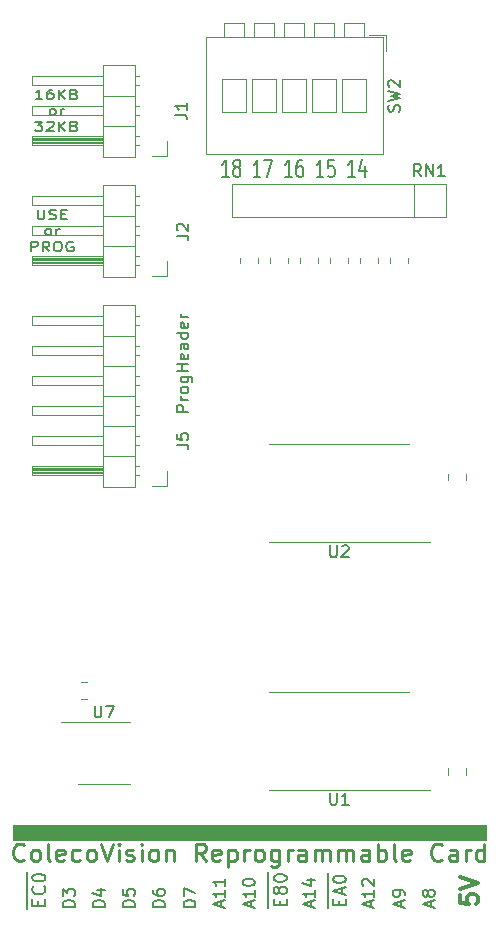
<source format=gbr>
%TF.GenerationSoftware,KiCad,Pcbnew,(5.1.10)-1*%
%TF.CreationDate,2022-11-16T00:45:25-05:00*%
%TF.ProjectId,Coleco-Card3,436f6c65-636f-42d4-9361-7264332e6b69,1*%
%TF.SameCoordinates,Original*%
%TF.FileFunction,Legend,Top*%
%TF.FilePolarity,Positive*%
%FSLAX46Y46*%
G04 Gerber Fmt 4.6, Leading zero omitted, Abs format (unit mm)*
G04 Created by KiCad (PCBNEW (5.1.10)-1) date 2022-11-16 00:45:25*
%MOMM*%
%LPD*%
G01*
G04 APERTURE LIST*
%ADD10C,0.150000*%
%ADD11C,0.200000*%
%ADD12C,0.100000*%
%ADD13C,0.120000*%
%ADD14C,0.250000*%
%ADD15C,0.300000*%
G04 APERTURE END LIST*
D10*
X93924380Y-104210928D02*
X92924380Y-104210928D01*
X92924380Y-103829976D01*
X92972000Y-103734738D01*
X93019619Y-103687119D01*
X93114857Y-103639500D01*
X93257714Y-103639500D01*
X93352952Y-103687119D01*
X93400571Y-103734738D01*
X93448190Y-103829976D01*
X93448190Y-104210928D01*
X93924380Y-103210928D02*
X93257714Y-103210928D01*
X93448190Y-103210928D02*
X93352952Y-103163309D01*
X93305333Y-103115690D01*
X93257714Y-103020452D01*
X93257714Y-102925214D01*
X93924380Y-102449023D02*
X93876761Y-102544261D01*
X93829142Y-102591880D01*
X93733904Y-102639500D01*
X93448190Y-102639500D01*
X93352952Y-102591880D01*
X93305333Y-102544261D01*
X93257714Y-102449023D01*
X93257714Y-102306166D01*
X93305333Y-102210928D01*
X93352952Y-102163309D01*
X93448190Y-102115690D01*
X93733904Y-102115690D01*
X93829142Y-102163309D01*
X93876761Y-102210928D01*
X93924380Y-102306166D01*
X93924380Y-102449023D01*
X93257714Y-101258547D02*
X94067238Y-101258547D01*
X94162476Y-101306166D01*
X94210095Y-101353785D01*
X94257714Y-101449023D01*
X94257714Y-101591880D01*
X94210095Y-101687119D01*
X93876761Y-101258547D02*
X93924380Y-101353785D01*
X93924380Y-101544261D01*
X93876761Y-101639500D01*
X93829142Y-101687119D01*
X93733904Y-101734738D01*
X93448190Y-101734738D01*
X93352952Y-101687119D01*
X93305333Y-101639500D01*
X93257714Y-101544261D01*
X93257714Y-101353785D01*
X93305333Y-101258547D01*
X93924380Y-100782357D02*
X92924380Y-100782357D01*
X93400571Y-100782357D02*
X93400571Y-100210928D01*
X93924380Y-100210928D02*
X92924380Y-100210928D01*
X93876761Y-99353785D02*
X93924380Y-99449023D01*
X93924380Y-99639500D01*
X93876761Y-99734738D01*
X93781523Y-99782357D01*
X93400571Y-99782357D01*
X93305333Y-99734738D01*
X93257714Y-99639500D01*
X93257714Y-99449023D01*
X93305333Y-99353785D01*
X93400571Y-99306166D01*
X93495809Y-99306166D01*
X93591047Y-99782357D01*
X93924380Y-98449023D02*
X93400571Y-98449023D01*
X93305333Y-98496642D01*
X93257714Y-98591880D01*
X93257714Y-98782357D01*
X93305333Y-98877595D01*
X93876761Y-98449023D02*
X93924380Y-98544261D01*
X93924380Y-98782357D01*
X93876761Y-98877595D01*
X93781523Y-98925214D01*
X93686285Y-98925214D01*
X93591047Y-98877595D01*
X93543428Y-98782357D01*
X93543428Y-98544261D01*
X93495809Y-98449023D01*
X93924380Y-97544261D02*
X92924380Y-97544261D01*
X93876761Y-97544261D02*
X93924380Y-97639500D01*
X93924380Y-97829976D01*
X93876761Y-97925214D01*
X93829142Y-97972833D01*
X93733904Y-98020452D01*
X93448190Y-98020452D01*
X93352952Y-97972833D01*
X93305333Y-97925214D01*
X93257714Y-97829976D01*
X93257714Y-97639500D01*
X93305333Y-97544261D01*
X93876761Y-96687119D02*
X93924380Y-96782357D01*
X93924380Y-96972833D01*
X93876761Y-97068071D01*
X93781523Y-97115690D01*
X93400571Y-97115690D01*
X93305333Y-97068071D01*
X93257714Y-96972833D01*
X93257714Y-96782357D01*
X93305333Y-96687119D01*
X93400571Y-96639500D01*
X93495809Y-96639500D01*
X93591047Y-97115690D01*
X93924380Y-96210928D02*
X93257714Y-96210928D01*
X93448190Y-96210928D02*
X93352952Y-96163309D01*
X93305333Y-96115690D01*
X93257714Y-96020452D01*
X93257714Y-95925214D01*
X81145214Y-87111904D02*
X81145214Y-87759523D01*
X81192833Y-87835714D01*
X81240452Y-87873809D01*
X81335690Y-87911904D01*
X81526166Y-87911904D01*
X81621404Y-87873809D01*
X81669023Y-87835714D01*
X81716642Y-87759523D01*
X81716642Y-87111904D01*
X82145214Y-87873809D02*
X82288071Y-87911904D01*
X82526166Y-87911904D01*
X82621404Y-87873809D01*
X82669023Y-87835714D01*
X82716642Y-87759523D01*
X82716642Y-87683333D01*
X82669023Y-87607142D01*
X82621404Y-87569047D01*
X82526166Y-87530952D01*
X82335690Y-87492857D01*
X82240452Y-87454761D01*
X82192833Y-87416666D01*
X82145214Y-87340476D01*
X82145214Y-87264285D01*
X82192833Y-87188095D01*
X82240452Y-87150000D01*
X82335690Y-87111904D01*
X82573785Y-87111904D01*
X82716642Y-87150000D01*
X83145214Y-87492857D02*
X83478547Y-87492857D01*
X83621404Y-87911904D02*
X83145214Y-87911904D01*
X83145214Y-87111904D01*
X83621404Y-87111904D01*
X81978547Y-89261904D02*
X81883309Y-89223809D01*
X81835690Y-89185714D01*
X81788071Y-89109523D01*
X81788071Y-88880952D01*
X81835690Y-88804761D01*
X81883309Y-88766666D01*
X81978547Y-88728571D01*
X82121404Y-88728571D01*
X82216642Y-88766666D01*
X82264261Y-88804761D01*
X82311880Y-88880952D01*
X82311880Y-89109523D01*
X82264261Y-89185714D01*
X82216642Y-89223809D01*
X82121404Y-89261904D01*
X81978547Y-89261904D01*
X82740452Y-89261904D02*
X82740452Y-88728571D01*
X82740452Y-88880952D02*
X82788071Y-88804761D01*
X82835690Y-88766666D01*
X82930928Y-88728571D01*
X83026166Y-88728571D01*
X80573785Y-90611904D02*
X80573785Y-89811904D01*
X80954738Y-89811904D01*
X81049976Y-89850000D01*
X81097595Y-89888095D01*
X81145214Y-89964285D01*
X81145214Y-90078571D01*
X81097595Y-90154761D01*
X81049976Y-90192857D01*
X80954738Y-90230952D01*
X80573785Y-90230952D01*
X82145214Y-90611904D02*
X81811880Y-90230952D01*
X81573785Y-90611904D02*
X81573785Y-89811904D01*
X81954738Y-89811904D01*
X82049976Y-89850000D01*
X82097595Y-89888095D01*
X82145214Y-89964285D01*
X82145214Y-90078571D01*
X82097595Y-90154761D01*
X82049976Y-90192857D01*
X81954738Y-90230952D01*
X81573785Y-90230952D01*
X82764261Y-89811904D02*
X82954738Y-89811904D01*
X83049976Y-89850000D01*
X83145214Y-89926190D01*
X83192833Y-90078571D01*
X83192833Y-90345238D01*
X83145214Y-90497619D01*
X83049976Y-90573809D01*
X82954738Y-90611904D01*
X82764261Y-90611904D01*
X82669023Y-90573809D01*
X82573785Y-90497619D01*
X82526166Y-90345238D01*
X82526166Y-90078571D01*
X82573785Y-89926190D01*
X82669023Y-89850000D01*
X82764261Y-89811904D01*
X84145214Y-89850000D02*
X84049976Y-89811904D01*
X83907119Y-89811904D01*
X83764261Y-89850000D01*
X83669023Y-89926190D01*
X83621404Y-90002380D01*
X83573785Y-90154761D01*
X83573785Y-90269047D01*
X83621404Y-90421428D01*
X83669023Y-90497619D01*
X83764261Y-90573809D01*
X83907119Y-90611904D01*
X84002357Y-90611904D01*
X84145214Y-90573809D01*
X84192833Y-90535714D01*
X84192833Y-90269047D01*
X84002357Y-90269047D01*
X81550023Y-77751904D02*
X80978595Y-77751904D01*
X81264309Y-77751904D02*
X81264309Y-76951904D01*
X81169071Y-77066190D01*
X81073833Y-77142380D01*
X80978595Y-77180476D01*
X82407166Y-76951904D02*
X82216690Y-76951904D01*
X82121452Y-76990000D01*
X82073833Y-77028095D01*
X81978595Y-77142380D01*
X81930976Y-77294761D01*
X81930976Y-77599523D01*
X81978595Y-77675714D01*
X82026214Y-77713809D01*
X82121452Y-77751904D01*
X82311928Y-77751904D01*
X82407166Y-77713809D01*
X82454785Y-77675714D01*
X82502404Y-77599523D01*
X82502404Y-77409047D01*
X82454785Y-77332857D01*
X82407166Y-77294761D01*
X82311928Y-77256666D01*
X82121452Y-77256666D01*
X82026214Y-77294761D01*
X81978595Y-77332857D01*
X81930976Y-77409047D01*
X82930976Y-77751904D02*
X82930976Y-76951904D01*
X83502404Y-77751904D02*
X83073833Y-77294761D01*
X83502404Y-76951904D02*
X82930976Y-77409047D01*
X84264309Y-77332857D02*
X84407166Y-77370952D01*
X84454785Y-77409047D01*
X84502404Y-77485238D01*
X84502404Y-77599523D01*
X84454785Y-77675714D01*
X84407166Y-77713809D01*
X84311928Y-77751904D01*
X83930976Y-77751904D01*
X83930976Y-76951904D01*
X84264309Y-76951904D01*
X84359547Y-76990000D01*
X84407166Y-77028095D01*
X84454785Y-77104285D01*
X84454785Y-77180476D01*
X84407166Y-77256666D01*
X84359547Y-77294761D01*
X84264309Y-77332857D01*
X83930976Y-77332857D01*
X82359547Y-79101904D02*
X82264309Y-79063809D01*
X82216690Y-79025714D01*
X82169071Y-78949523D01*
X82169071Y-78720952D01*
X82216690Y-78644761D01*
X82264309Y-78606666D01*
X82359547Y-78568571D01*
X82502404Y-78568571D01*
X82597642Y-78606666D01*
X82645261Y-78644761D01*
X82692880Y-78720952D01*
X82692880Y-78949523D01*
X82645261Y-79025714D01*
X82597642Y-79063809D01*
X82502404Y-79101904D01*
X82359547Y-79101904D01*
X83121452Y-79101904D02*
X83121452Y-78568571D01*
X83121452Y-78720952D02*
X83169071Y-78644761D01*
X83216690Y-78606666D01*
X83311928Y-78568571D01*
X83407166Y-78568571D01*
X80930976Y-79651904D02*
X81550023Y-79651904D01*
X81216690Y-79956666D01*
X81359547Y-79956666D01*
X81454785Y-79994761D01*
X81502404Y-80032857D01*
X81550023Y-80109047D01*
X81550023Y-80299523D01*
X81502404Y-80375714D01*
X81454785Y-80413809D01*
X81359547Y-80451904D01*
X81073833Y-80451904D01*
X80978595Y-80413809D01*
X80930976Y-80375714D01*
X81930976Y-79728095D02*
X81978595Y-79690000D01*
X82073833Y-79651904D01*
X82311928Y-79651904D01*
X82407166Y-79690000D01*
X82454785Y-79728095D01*
X82502404Y-79804285D01*
X82502404Y-79880476D01*
X82454785Y-79994761D01*
X81883357Y-80451904D01*
X82502404Y-80451904D01*
X82930976Y-80451904D02*
X82930976Y-79651904D01*
X83502404Y-80451904D02*
X83073833Y-79994761D01*
X83502404Y-79651904D02*
X82930976Y-80109047D01*
X84264309Y-80032857D02*
X84407166Y-80070952D01*
X84454785Y-80109047D01*
X84502404Y-80185238D01*
X84502404Y-80299523D01*
X84454785Y-80375714D01*
X84407166Y-80413809D01*
X84311928Y-80451904D01*
X83930976Y-80451904D01*
X83930976Y-79651904D01*
X84264309Y-79651904D01*
X84359547Y-79690000D01*
X84407166Y-79728095D01*
X84454785Y-79804285D01*
X84454785Y-79880476D01*
X84407166Y-79956666D01*
X84359547Y-79994761D01*
X84264309Y-80032857D01*
X83930976Y-80032857D01*
D11*
X97346190Y-84371571D02*
X96774761Y-84371571D01*
X97060476Y-84371571D02*
X97060476Y-82871571D01*
X96965238Y-83085857D01*
X96870000Y-83228714D01*
X96774761Y-83300142D01*
X97917619Y-83514428D02*
X97822380Y-83443000D01*
X97774761Y-83371571D01*
X97727142Y-83228714D01*
X97727142Y-83157285D01*
X97774761Y-83014428D01*
X97822380Y-82943000D01*
X97917619Y-82871571D01*
X98108095Y-82871571D01*
X98203333Y-82943000D01*
X98250952Y-83014428D01*
X98298571Y-83157285D01*
X98298571Y-83228714D01*
X98250952Y-83371571D01*
X98203333Y-83443000D01*
X98108095Y-83514428D01*
X97917619Y-83514428D01*
X97822380Y-83585857D01*
X97774761Y-83657285D01*
X97727142Y-83800142D01*
X97727142Y-84085857D01*
X97774761Y-84228714D01*
X97822380Y-84300142D01*
X97917619Y-84371571D01*
X98108095Y-84371571D01*
X98203333Y-84300142D01*
X98250952Y-84228714D01*
X98298571Y-84085857D01*
X98298571Y-83800142D01*
X98250952Y-83657285D01*
X98203333Y-83585857D01*
X98108095Y-83514428D01*
X100012857Y-84371571D02*
X99441428Y-84371571D01*
X99727142Y-84371571D02*
X99727142Y-82871571D01*
X99631904Y-83085857D01*
X99536666Y-83228714D01*
X99441428Y-83300142D01*
X100346190Y-82871571D02*
X101012857Y-82871571D01*
X100584285Y-84371571D01*
X102679523Y-84371571D02*
X102108095Y-84371571D01*
X102393809Y-84371571D02*
X102393809Y-82871571D01*
X102298571Y-83085857D01*
X102203333Y-83228714D01*
X102108095Y-83300142D01*
X103536666Y-82871571D02*
X103346190Y-82871571D01*
X103250952Y-82943000D01*
X103203333Y-83014428D01*
X103108095Y-83228714D01*
X103060476Y-83514428D01*
X103060476Y-84085857D01*
X103108095Y-84228714D01*
X103155714Y-84300142D01*
X103250952Y-84371571D01*
X103441428Y-84371571D01*
X103536666Y-84300142D01*
X103584285Y-84228714D01*
X103631904Y-84085857D01*
X103631904Y-83728714D01*
X103584285Y-83585857D01*
X103536666Y-83514428D01*
X103441428Y-83443000D01*
X103250952Y-83443000D01*
X103155714Y-83514428D01*
X103108095Y-83585857D01*
X103060476Y-83728714D01*
X105346190Y-84371571D02*
X104774761Y-84371571D01*
X105060476Y-84371571D02*
X105060476Y-82871571D01*
X104965238Y-83085857D01*
X104870000Y-83228714D01*
X104774761Y-83300142D01*
X106250952Y-82871571D02*
X105774761Y-82871571D01*
X105727142Y-83585857D01*
X105774761Y-83514428D01*
X105870000Y-83443000D01*
X106108095Y-83443000D01*
X106203333Y-83514428D01*
X106250952Y-83585857D01*
X106298571Y-83728714D01*
X106298571Y-84085857D01*
X106250952Y-84228714D01*
X106203333Y-84300142D01*
X106108095Y-84371571D01*
X105870000Y-84371571D01*
X105774761Y-84300142D01*
X105727142Y-84228714D01*
X108012857Y-84371571D02*
X107441428Y-84371571D01*
X107727142Y-84371571D02*
X107727142Y-82871571D01*
X107631904Y-83085857D01*
X107536666Y-83228714D01*
X107441428Y-83300142D01*
X108870000Y-83371571D02*
X108870000Y-84371571D01*
X108631904Y-82800142D02*
X108393809Y-83871571D01*
X109012857Y-83871571D01*
D12*
%TO.C,X1*%
G36*
X79070201Y-139245201D02*
G01*
X79070201Y-140451701D01*
X119075201Y-140451701D01*
X119075201Y-139245201D01*
X79070201Y-139245201D01*
G37*
X79070201Y-139245201D02*
X79070201Y-140451701D01*
X119075201Y-140451701D01*
X119075201Y-139245201D01*
X79070201Y-139245201D01*
D13*
%TO.C,J1*%
X89365000Y-82610000D02*
X89365000Y-74870000D01*
X89365000Y-74870000D02*
X86705000Y-74870000D01*
X86705000Y-74870000D02*
X86705000Y-82610000D01*
X86705000Y-82610000D02*
X89365000Y-82610000D01*
X86705000Y-81660000D02*
X80705000Y-81660000D01*
X80705000Y-81660000D02*
X80705000Y-80900000D01*
X80705000Y-80900000D02*
X86705000Y-80900000D01*
X86705000Y-81600000D02*
X80705000Y-81600000D01*
X86705000Y-81480000D02*
X80705000Y-81480000D01*
X86705000Y-81360000D02*
X80705000Y-81360000D01*
X86705000Y-81240000D02*
X80705000Y-81240000D01*
X86705000Y-81120000D02*
X80705000Y-81120000D01*
X86705000Y-81000000D02*
X80705000Y-81000000D01*
X89695000Y-81660000D02*
X89365000Y-81660000D01*
X89695000Y-80900000D02*
X89365000Y-80900000D01*
X89365000Y-80010000D02*
X86705000Y-80010000D01*
X86705000Y-79120000D02*
X80705000Y-79120000D01*
X80705000Y-79120000D02*
X80705000Y-78360000D01*
X80705000Y-78360000D02*
X86705000Y-78360000D01*
X89762071Y-79120000D02*
X89365000Y-79120000D01*
X89762071Y-78360000D02*
X89365000Y-78360000D01*
X89365000Y-77470000D02*
X86705000Y-77470000D01*
X86705000Y-76580000D02*
X80705000Y-76580000D01*
X80705000Y-76580000D02*
X80705000Y-75820000D01*
X80705000Y-75820000D02*
X86705000Y-75820000D01*
X89762071Y-76580000D02*
X89365000Y-76580000D01*
X89762071Y-75820000D02*
X89365000Y-75820000D01*
X92075000Y-81280000D02*
X92075000Y-82550000D01*
X92075000Y-82550000D02*
X90805000Y-82550000D01*
%TO.C,J2*%
X89365000Y-92770000D02*
X89365000Y-85030000D01*
X89365000Y-85030000D02*
X86705000Y-85030000D01*
X86705000Y-85030000D02*
X86705000Y-92770000D01*
X86705000Y-92770000D02*
X89365000Y-92770000D01*
X86705000Y-91820000D02*
X80705000Y-91820000D01*
X80705000Y-91820000D02*
X80705000Y-91060000D01*
X80705000Y-91060000D02*
X86705000Y-91060000D01*
X86705000Y-91760000D02*
X80705000Y-91760000D01*
X86705000Y-91640000D02*
X80705000Y-91640000D01*
X86705000Y-91520000D02*
X80705000Y-91520000D01*
X86705000Y-91400000D02*
X80705000Y-91400000D01*
X86705000Y-91280000D02*
X80705000Y-91280000D01*
X86705000Y-91160000D02*
X80705000Y-91160000D01*
X89695000Y-91820000D02*
X89365000Y-91820000D01*
X89695000Y-91060000D02*
X89365000Y-91060000D01*
X89365000Y-90170000D02*
X86705000Y-90170000D01*
X86705000Y-89280000D02*
X80705000Y-89280000D01*
X80705000Y-89280000D02*
X80705000Y-88520000D01*
X80705000Y-88520000D02*
X86705000Y-88520000D01*
X89762071Y-89280000D02*
X89365000Y-89280000D01*
X89762071Y-88520000D02*
X89365000Y-88520000D01*
X89365000Y-87630000D02*
X86705000Y-87630000D01*
X86705000Y-86740000D02*
X80705000Y-86740000D01*
X80705000Y-86740000D02*
X80705000Y-85980000D01*
X80705000Y-85980000D02*
X86705000Y-85980000D01*
X89762071Y-86740000D02*
X89365000Y-86740000D01*
X89762071Y-85980000D02*
X89365000Y-85980000D01*
X92075000Y-91440000D02*
X92075000Y-92710000D01*
X92075000Y-92710000D02*
X90805000Y-92710000D01*
%TO.C,RN1*%
X115740000Y-87760000D02*
X115740000Y-84960000D01*
X115740000Y-84960000D02*
X97620000Y-84960000D01*
X97620000Y-84960000D02*
X97620000Y-87760000D01*
X97620000Y-87760000D02*
X115740000Y-87760000D01*
X113030000Y-87760000D02*
X113030000Y-84960000D01*
%TO.C,SW2*%
X110370000Y-72520000D02*
X110370000Y-82420000D01*
X95370000Y-72520000D02*
X95370000Y-82420000D01*
X110370000Y-72520000D02*
X95370000Y-72520000D01*
X110370000Y-82420000D02*
X95370000Y-82420000D01*
X110610000Y-72280000D02*
X110610000Y-73664000D01*
X110610000Y-72280000D02*
X109227000Y-72280000D01*
X108770000Y-71320000D02*
X108770000Y-72520000D01*
X107130000Y-71320000D02*
X107130000Y-72520000D01*
X108770000Y-71320000D02*
X107130000Y-71320000D01*
X108770000Y-72520000D02*
X107130000Y-72520000D01*
X106230000Y-71320000D02*
X106230000Y-72520000D01*
X104589000Y-71320000D02*
X104589000Y-72520000D01*
X106230000Y-71320000D02*
X104589000Y-71320000D01*
X106230000Y-72520000D02*
X104589000Y-72520000D01*
X103689000Y-71320000D02*
X103689000Y-72520000D01*
X102050000Y-71320000D02*
X102050000Y-72520000D01*
X103689000Y-71320000D02*
X102050000Y-71320000D01*
X103689000Y-72520000D02*
X102050000Y-72520000D01*
X101149000Y-71320000D02*
X101149000Y-72520000D01*
X99509000Y-71320000D02*
X99509000Y-72520000D01*
X101149000Y-71320000D02*
X99509000Y-71320000D01*
X101149000Y-72520000D02*
X99509000Y-72520000D01*
X98610000Y-71320000D02*
X98610000Y-72520000D01*
X96970000Y-71320000D02*
X96970000Y-72520000D01*
X98610000Y-71320000D02*
X96970000Y-71320000D01*
X98610000Y-72520000D02*
X96970000Y-72520000D01*
%TO.C,U1*%
X106680000Y-127920000D02*
X100780000Y-127920000D01*
X106680000Y-127920000D02*
X112580000Y-127920000D01*
X106680000Y-136240000D02*
X100780000Y-136240000D01*
X106680000Y-136240000D02*
X114380000Y-136240000D01*
%TO.C,U2*%
X106680000Y-115285000D02*
X114380000Y-115285000D01*
X106680000Y-115285000D02*
X100780000Y-115285000D01*
X106680000Y-106965000D02*
X112580000Y-106965000D01*
X106680000Y-106965000D02*
X100780000Y-106965000D01*
%TO.C,U7*%
X86741000Y-135706000D02*
X88941000Y-135706000D01*
X86741000Y-135706000D02*
X84541000Y-135706000D01*
X86741000Y-130486000D02*
X88941000Y-130486000D01*
X86741000Y-130486000D02*
X83141000Y-130486000D01*
%TO.C,J5*%
X89365000Y-110550000D02*
X89365000Y-95190000D01*
X89365000Y-95190000D02*
X86705000Y-95190000D01*
X86705000Y-95190000D02*
X86705000Y-110550000D01*
X86705000Y-110550000D02*
X89365000Y-110550000D01*
X86705000Y-109600000D02*
X80705000Y-109600000D01*
X80705000Y-109600000D02*
X80705000Y-108840000D01*
X80705000Y-108840000D02*
X86705000Y-108840000D01*
X86705000Y-109540000D02*
X80705000Y-109540000D01*
X86705000Y-109420000D02*
X80705000Y-109420000D01*
X86705000Y-109300000D02*
X80705000Y-109300000D01*
X86705000Y-109180000D02*
X80705000Y-109180000D01*
X86705000Y-109060000D02*
X80705000Y-109060000D01*
X86705000Y-108940000D02*
X80705000Y-108940000D01*
X89695000Y-109600000D02*
X89365000Y-109600000D01*
X89695000Y-108840000D02*
X89365000Y-108840000D01*
X89365000Y-107950000D02*
X86705000Y-107950000D01*
X86705000Y-107060000D02*
X80705000Y-107060000D01*
X80705000Y-107060000D02*
X80705000Y-106300000D01*
X80705000Y-106300000D02*
X86705000Y-106300000D01*
X89762071Y-107060000D02*
X89365000Y-107060000D01*
X89762071Y-106300000D02*
X89365000Y-106300000D01*
X89365000Y-105410000D02*
X86705000Y-105410000D01*
X86705000Y-104520000D02*
X80705000Y-104520000D01*
X80705000Y-104520000D02*
X80705000Y-103760000D01*
X80705000Y-103760000D02*
X86705000Y-103760000D01*
X89762071Y-104520000D02*
X89365000Y-104520000D01*
X89762071Y-103760000D02*
X89365000Y-103760000D01*
X89365000Y-102870000D02*
X86705000Y-102870000D01*
X86705000Y-101980000D02*
X80705000Y-101980000D01*
X80705000Y-101980000D02*
X80705000Y-101220000D01*
X80705000Y-101220000D02*
X86705000Y-101220000D01*
X89762071Y-101980000D02*
X89365000Y-101980000D01*
X89762071Y-101220000D02*
X89365000Y-101220000D01*
X89365000Y-100330000D02*
X86705000Y-100330000D01*
X86705000Y-99440000D02*
X80705000Y-99440000D01*
X80705000Y-99440000D02*
X80705000Y-98680000D01*
X80705000Y-98680000D02*
X86705000Y-98680000D01*
X89762071Y-99440000D02*
X89365000Y-99440000D01*
X89762071Y-98680000D02*
X89365000Y-98680000D01*
X89365000Y-97790000D02*
X86705000Y-97790000D01*
X86705000Y-96900000D02*
X80705000Y-96900000D01*
X80705000Y-96900000D02*
X80705000Y-96140000D01*
X80705000Y-96140000D02*
X86705000Y-96140000D01*
X89762071Y-96900000D02*
X89365000Y-96900000D01*
X89762071Y-96140000D02*
X89365000Y-96140000D01*
X92075000Y-109220000D02*
X92075000Y-110490000D01*
X92075000Y-110490000D02*
X90805000Y-110490000D01*
%TO.C,C1*%
X117384500Y-134422248D02*
X117384500Y-134944752D01*
X115914500Y-134422248D02*
X115914500Y-134944752D01*
%TO.C,C2*%
X117384500Y-109989252D02*
X117384500Y-109466748D01*
X115914500Y-109989252D02*
X115914500Y-109466748D01*
%TO.C,C3*%
X85351252Y-128560500D02*
X84828748Y-128560500D01*
X85351252Y-127090500D02*
X84828748Y-127090500D01*
%TO.C,R1*%
X112495000Y-91667064D02*
X112495000Y-91212936D01*
X111025000Y-91667064D02*
X111025000Y-91212936D01*
%TO.C,R2*%
X108485000Y-91667064D02*
X108485000Y-91212936D01*
X109955000Y-91667064D02*
X109955000Y-91212936D01*
%TO.C,R3*%
X107415000Y-91667064D02*
X107415000Y-91212936D01*
X105945000Y-91667064D02*
X105945000Y-91212936D01*
%TO.C,R4*%
X103405000Y-91667064D02*
X103405000Y-91212936D01*
X104875000Y-91667064D02*
X104875000Y-91212936D01*
%TO.C,R5*%
X102335000Y-91667064D02*
X102335000Y-91212936D01*
X100865000Y-91667064D02*
X100865000Y-91212936D01*
%TO.C,R6*%
X98325000Y-91667064D02*
X98325000Y-91212936D01*
X99795000Y-91667064D02*
X99795000Y-91212936D01*
%TO.C,JP3*%
X108950000Y-78870000D02*
X106950000Y-78870000D01*
X108950000Y-76070000D02*
X108950000Y-78870000D01*
X106950000Y-76070000D02*
X108950000Y-76070000D01*
X106950000Y-78870000D02*
X106950000Y-76070000D01*
%TO.C,JP4*%
X104410000Y-78870000D02*
X104410000Y-76070000D01*
X104410000Y-76070000D02*
X106410000Y-76070000D01*
X106410000Y-76070000D02*
X106410000Y-78870000D01*
X106410000Y-78870000D02*
X104410000Y-78870000D01*
%TO.C,JP5*%
X103870000Y-78870000D02*
X101870000Y-78870000D01*
X103870000Y-76070000D02*
X103870000Y-78870000D01*
X101870000Y-76070000D02*
X103870000Y-76070000D01*
X101870000Y-78870000D02*
X101870000Y-76070000D01*
%TO.C,JP9*%
X99330000Y-78870000D02*
X99330000Y-76070000D01*
X99330000Y-76070000D02*
X101330000Y-76070000D01*
X101330000Y-76070000D02*
X101330000Y-78870000D01*
X101330000Y-78870000D02*
X99330000Y-78870000D01*
%TO.C,JP10*%
X98790000Y-78870000D02*
X96790000Y-78870000D01*
X98790000Y-76070000D02*
X98790000Y-78870000D01*
X96790000Y-76070000D02*
X98790000Y-76070000D01*
X96790000Y-78870000D02*
X96790000Y-76070000D01*
%TO.C,X1*%
D14*
X80024285Y-142140714D02*
X79952857Y-142212142D01*
X79738571Y-142283571D01*
X79595714Y-142283571D01*
X79381428Y-142212142D01*
X79238571Y-142069285D01*
X79167142Y-141926428D01*
X79095714Y-141640714D01*
X79095714Y-141426428D01*
X79167142Y-141140714D01*
X79238571Y-140997857D01*
X79381428Y-140855000D01*
X79595714Y-140783571D01*
X79738571Y-140783571D01*
X79952857Y-140855000D01*
X80024285Y-140926428D01*
X80881428Y-142283571D02*
X80738571Y-142212142D01*
X80667142Y-142140714D01*
X80595714Y-141997857D01*
X80595714Y-141569285D01*
X80667142Y-141426428D01*
X80738571Y-141355000D01*
X80881428Y-141283571D01*
X81095714Y-141283571D01*
X81238571Y-141355000D01*
X81310000Y-141426428D01*
X81381428Y-141569285D01*
X81381428Y-141997857D01*
X81310000Y-142140714D01*
X81238571Y-142212142D01*
X81095714Y-142283571D01*
X80881428Y-142283571D01*
X82238571Y-142283571D02*
X82095714Y-142212142D01*
X82024285Y-142069285D01*
X82024285Y-140783571D01*
X83381428Y-142212142D02*
X83238571Y-142283571D01*
X82952857Y-142283571D01*
X82810000Y-142212142D01*
X82738571Y-142069285D01*
X82738571Y-141497857D01*
X82810000Y-141355000D01*
X82952857Y-141283571D01*
X83238571Y-141283571D01*
X83381428Y-141355000D01*
X83452857Y-141497857D01*
X83452857Y-141640714D01*
X82738571Y-141783571D01*
X84738571Y-142212142D02*
X84595714Y-142283571D01*
X84310000Y-142283571D01*
X84167142Y-142212142D01*
X84095714Y-142140714D01*
X84024285Y-141997857D01*
X84024285Y-141569285D01*
X84095714Y-141426428D01*
X84167142Y-141355000D01*
X84310000Y-141283571D01*
X84595714Y-141283571D01*
X84738571Y-141355000D01*
X85595714Y-142283571D02*
X85452857Y-142212142D01*
X85381428Y-142140714D01*
X85310000Y-141997857D01*
X85310000Y-141569285D01*
X85381428Y-141426428D01*
X85452857Y-141355000D01*
X85595714Y-141283571D01*
X85810000Y-141283571D01*
X85952857Y-141355000D01*
X86024285Y-141426428D01*
X86095714Y-141569285D01*
X86095714Y-141997857D01*
X86024285Y-142140714D01*
X85952857Y-142212142D01*
X85810000Y-142283571D01*
X85595714Y-142283571D01*
X86524285Y-140783571D02*
X87024285Y-142283571D01*
X87524285Y-140783571D01*
X88024285Y-142283571D02*
X88024285Y-141283571D01*
X88024285Y-140783571D02*
X87952857Y-140855000D01*
X88024285Y-140926428D01*
X88095714Y-140855000D01*
X88024285Y-140783571D01*
X88024285Y-140926428D01*
X88667142Y-142212142D02*
X88810000Y-142283571D01*
X89095714Y-142283571D01*
X89238571Y-142212142D01*
X89310000Y-142069285D01*
X89310000Y-141997857D01*
X89238571Y-141855000D01*
X89095714Y-141783571D01*
X88881428Y-141783571D01*
X88738571Y-141712142D01*
X88667142Y-141569285D01*
X88667142Y-141497857D01*
X88738571Y-141355000D01*
X88881428Y-141283571D01*
X89095714Y-141283571D01*
X89238571Y-141355000D01*
X89952857Y-142283571D02*
X89952857Y-141283571D01*
X89952857Y-140783571D02*
X89881428Y-140855000D01*
X89952857Y-140926428D01*
X90024285Y-140855000D01*
X89952857Y-140783571D01*
X89952857Y-140926428D01*
X90881428Y-142283571D02*
X90738571Y-142212142D01*
X90667142Y-142140714D01*
X90595714Y-141997857D01*
X90595714Y-141569285D01*
X90667142Y-141426428D01*
X90738571Y-141355000D01*
X90881428Y-141283571D01*
X91095714Y-141283571D01*
X91238571Y-141355000D01*
X91310000Y-141426428D01*
X91381428Y-141569285D01*
X91381428Y-141997857D01*
X91310000Y-142140714D01*
X91238571Y-142212142D01*
X91095714Y-142283571D01*
X90881428Y-142283571D01*
X92024285Y-141283571D02*
X92024285Y-142283571D01*
X92024285Y-141426428D02*
X92095714Y-141355000D01*
X92238571Y-141283571D01*
X92452857Y-141283571D01*
X92595714Y-141355000D01*
X92667142Y-141497857D01*
X92667142Y-142283571D01*
X95381428Y-142283571D02*
X94881428Y-141569285D01*
X94524285Y-142283571D02*
X94524285Y-140783571D01*
X95095714Y-140783571D01*
X95238571Y-140855000D01*
X95310000Y-140926428D01*
X95381428Y-141069285D01*
X95381428Y-141283571D01*
X95310000Y-141426428D01*
X95238571Y-141497857D01*
X95095714Y-141569285D01*
X94524285Y-141569285D01*
X96595714Y-142212142D02*
X96452857Y-142283571D01*
X96167142Y-142283571D01*
X96024285Y-142212142D01*
X95952857Y-142069285D01*
X95952857Y-141497857D01*
X96024285Y-141355000D01*
X96167142Y-141283571D01*
X96452857Y-141283571D01*
X96595714Y-141355000D01*
X96667142Y-141497857D01*
X96667142Y-141640714D01*
X95952857Y-141783571D01*
X97310000Y-141283571D02*
X97310000Y-142783571D01*
X97310000Y-141355000D02*
X97452857Y-141283571D01*
X97738571Y-141283571D01*
X97881428Y-141355000D01*
X97952857Y-141426428D01*
X98024285Y-141569285D01*
X98024285Y-141997857D01*
X97952857Y-142140714D01*
X97881428Y-142212142D01*
X97738571Y-142283571D01*
X97452857Y-142283571D01*
X97310000Y-142212142D01*
X98667142Y-142283571D02*
X98667142Y-141283571D01*
X98667142Y-141569285D02*
X98738571Y-141426428D01*
X98810000Y-141355000D01*
X98952857Y-141283571D01*
X99095714Y-141283571D01*
X99810000Y-142283571D02*
X99667142Y-142212142D01*
X99595714Y-142140714D01*
X99524285Y-141997857D01*
X99524285Y-141569285D01*
X99595714Y-141426428D01*
X99667142Y-141355000D01*
X99810000Y-141283571D01*
X100024285Y-141283571D01*
X100167142Y-141355000D01*
X100238571Y-141426428D01*
X100310000Y-141569285D01*
X100310000Y-141997857D01*
X100238571Y-142140714D01*
X100167142Y-142212142D01*
X100024285Y-142283571D01*
X99810000Y-142283571D01*
X101595714Y-141283571D02*
X101595714Y-142497857D01*
X101524285Y-142640714D01*
X101452857Y-142712142D01*
X101310000Y-142783571D01*
X101095714Y-142783571D01*
X100952857Y-142712142D01*
X101595714Y-142212142D02*
X101452857Y-142283571D01*
X101167142Y-142283571D01*
X101024285Y-142212142D01*
X100952857Y-142140714D01*
X100881428Y-141997857D01*
X100881428Y-141569285D01*
X100952857Y-141426428D01*
X101024285Y-141355000D01*
X101167142Y-141283571D01*
X101452857Y-141283571D01*
X101595714Y-141355000D01*
X102310000Y-142283571D02*
X102310000Y-141283571D01*
X102310000Y-141569285D02*
X102381428Y-141426428D01*
X102452857Y-141355000D01*
X102595714Y-141283571D01*
X102738571Y-141283571D01*
X103881428Y-142283571D02*
X103881428Y-141497857D01*
X103810000Y-141355000D01*
X103667142Y-141283571D01*
X103381428Y-141283571D01*
X103238571Y-141355000D01*
X103881428Y-142212142D02*
X103738571Y-142283571D01*
X103381428Y-142283571D01*
X103238571Y-142212142D01*
X103167142Y-142069285D01*
X103167142Y-141926428D01*
X103238571Y-141783571D01*
X103381428Y-141712142D01*
X103738571Y-141712142D01*
X103881428Y-141640714D01*
X104595714Y-142283571D02*
X104595714Y-141283571D01*
X104595714Y-141426428D02*
X104667142Y-141355000D01*
X104810000Y-141283571D01*
X105024285Y-141283571D01*
X105167142Y-141355000D01*
X105238571Y-141497857D01*
X105238571Y-142283571D01*
X105238571Y-141497857D02*
X105310000Y-141355000D01*
X105452857Y-141283571D01*
X105667142Y-141283571D01*
X105810000Y-141355000D01*
X105881428Y-141497857D01*
X105881428Y-142283571D01*
X106595714Y-142283571D02*
X106595714Y-141283571D01*
X106595714Y-141426428D02*
X106667142Y-141355000D01*
X106810000Y-141283571D01*
X107024285Y-141283571D01*
X107167142Y-141355000D01*
X107238571Y-141497857D01*
X107238571Y-142283571D01*
X107238571Y-141497857D02*
X107310000Y-141355000D01*
X107452857Y-141283571D01*
X107667142Y-141283571D01*
X107810000Y-141355000D01*
X107881428Y-141497857D01*
X107881428Y-142283571D01*
X109238571Y-142283571D02*
X109238571Y-141497857D01*
X109167142Y-141355000D01*
X109024285Y-141283571D01*
X108738571Y-141283571D01*
X108595714Y-141355000D01*
X109238571Y-142212142D02*
X109095714Y-142283571D01*
X108738571Y-142283571D01*
X108595714Y-142212142D01*
X108524285Y-142069285D01*
X108524285Y-141926428D01*
X108595714Y-141783571D01*
X108738571Y-141712142D01*
X109095714Y-141712142D01*
X109238571Y-141640714D01*
X109952857Y-142283571D02*
X109952857Y-140783571D01*
X109952857Y-141355000D02*
X110095714Y-141283571D01*
X110381428Y-141283571D01*
X110524285Y-141355000D01*
X110595714Y-141426428D01*
X110667142Y-141569285D01*
X110667142Y-141997857D01*
X110595714Y-142140714D01*
X110524285Y-142212142D01*
X110381428Y-142283571D01*
X110095714Y-142283571D01*
X109952857Y-142212142D01*
X111524285Y-142283571D02*
X111381428Y-142212142D01*
X111310000Y-142069285D01*
X111310000Y-140783571D01*
X112667142Y-142212142D02*
X112524285Y-142283571D01*
X112238571Y-142283571D01*
X112095714Y-142212142D01*
X112024285Y-142069285D01*
X112024285Y-141497857D01*
X112095714Y-141355000D01*
X112238571Y-141283571D01*
X112524285Y-141283571D01*
X112667142Y-141355000D01*
X112738571Y-141497857D01*
X112738571Y-141640714D01*
X112024285Y-141783571D01*
X115381428Y-142140714D02*
X115310000Y-142212142D01*
X115095714Y-142283571D01*
X114952857Y-142283571D01*
X114738571Y-142212142D01*
X114595714Y-142069285D01*
X114524285Y-141926428D01*
X114452857Y-141640714D01*
X114452857Y-141426428D01*
X114524285Y-141140714D01*
X114595714Y-140997857D01*
X114738571Y-140855000D01*
X114952857Y-140783571D01*
X115095714Y-140783571D01*
X115310000Y-140855000D01*
X115381428Y-140926428D01*
X116667142Y-142283571D02*
X116667142Y-141497857D01*
X116595714Y-141355000D01*
X116452857Y-141283571D01*
X116167142Y-141283571D01*
X116024285Y-141355000D01*
X116667142Y-142212142D02*
X116524285Y-142283571D01*
X116167142Y-142283571D01*
X116024285Y-142212142D01*
X115952857Y-142069285D01*
X115952857Y-141926428D01*
X116024285Y-141783571D01*
X116167142Y-141712142D01*
X116524285Y-141712142D01*
X116667142Y-141640714D01*
X117381428Y-142283571D02*
X117381428Y-141283571D01*
X117381428Y-141569285D02*
X117452857Y-141426428D01*
X117524285Y-141355000D01*
X117667142Y-141283571D01*
X117810000Y-141283571D01*
X118952857Y-142283571D02*
X118952857Y-140783571D01*
X118952857Y-142212142D02*
X118810000Y-142283571D01*
X118524285Y-142283571D01*
X118381428Y-142212142D01*
X118310000Y-142140714D01*
X118238571Y-141997857D01*
X118238571Y-141569285D01*
X118310000Y-141426428D01*
X118381428Y-141355000D01*
X118524285Y-141283571D01*
X118810000Y-141283571D01*
X118952857Y-141355000D01*
D15*
X116920272Y-145118915D02*
X116920272Y-145833201D01*
X117634558Y-145904629D01*
X117563129Y-145833201D01*
X117491701Y-145690343D01*
X117491701Y-145333201D01*
X117563129Y-145190343D01*
X117634558Y-145118915D01*
X117777415Y-145047486D01*
X118134558Y-145047486D01*
X118277415Y-145118915D01*
X118348843Y-145190343D01*
X118420272Y-145333201D01*
X118420272Y-145690343D01*
X118348843Y-145833201D01*
X118277415Y-145904629D01*
X116920272Y-144618915D02*
X118420272Y-144118915D01*
X116920272Y-143618915D01*
D10*
X114479367Y-146118986D02*
X114479367Y-145642796D01*
X114765081Y-146214224D02*
X113765081Y-145880891D01*
X114765081Y-145547558D01*
X114193653Y-145071367D02*
X114146034Y-145166605D01*
X114098415Y-145214224D01*
X114003177Y-145261843D01*
X113955558Y-145261843D01*
X113860320Y-145214224D01*
X113812701Y-145166605D01*
X113765081Y-145071367D01*
X113765081Y-144880891D01*
X113812701Y-144785653D01*
X113860320Y-144738034D01*
X113955558Y-144690415D01*
X114003177Y-144690415D01*
X114098415Y-144738034D01*
X114146034Y-144785653D01*
X114193653Y-144880891D01*
X114193653Y-145071367D01*
X114241272Y-145166605D01*
X114288891Y-145214224D01*
X114384129Y-145261843D01*
X114574605Y-145261843D01*
X114669843Y-145214224D01*
X114717462Y-145166605D01*
X114765081Y-145071367D01*
X114765081Y-144880891D01*
X114717462Y-144785653D01*
X114669843Y-144738034D01*
X114574605Y-144690415D01*
X114384129Y-144690415D01*
X114288891Y-144738034D01*
X114241272Y-144785653D01*
X114193653Y-144880891D01*
X111939367Y-146118986D02*
X111939367Y-145642796D01*
X112225081Y-146214224D02*
X111225081Y-145880891D01*
X112225081Y-145547558D01*
X112225081Y-145166605D02*
X112225081Y-144976129D01*
X112177462Y-144880891D01*
X112129843Y-144833272D01*
X111986986Y-144738034D01*
X111796510Y-144690415D01*
X111415558Y-144690415D01*
X111320320Y-144738034D01*
X111272701Y-144785653D01*
X111225081Y-144880891D01*
X111225081Y-145071367D01*
X111272701Y-145166605D01*
X111320320Y-145214224D01*
X111415558Y-145261843D01*
X111653653Y-145261843D01*
X111748891Y-145214224D01*
X111796510Y-145166605D01*
X111844129Y-145071367D01*
X111844129Y-144880891D01*
X111796510Y-144785653D01*
X111748891Y-144738034D01*
X111653653Y-144690415D01*
X109335867Y-146150677D02*
X109335867Y-145674486D01*
X109621581Y-146245915D02*
X108621581Y-145912581D01*
X109621581Y-145579248D01*
X109621581Y-144722105D02*
X109621581Y-145293534D01*
X109621581Y-145007820D02*
X108621581Y-145007820D01*
X108764439Y-145103058D01*
X108859677Y-145198296D01*
X108907296Y-145293534D01*
X108716820Y-144341153D02*
X108669201Y-144293534D01*
X108621581Y-144198296D01*
X108621581Y-143960201D01*
X108669201Y-143864962D01*
X108716820Y-143817343D01*
X108812058Y-143769724D01*
X108907296Y-143769724D01*
X109050153Y-143817343D01*
X109621581Y-144388772D01*
X109621581Y-143769724D01*
D11*
X105704201Y-146272857D02*
X105704201Y-145277619D01*
X106677629Y-146010952D02*
X106677629Y-145644285D01*
X107253820Y-145487142D02*
X107253820Y-146010952D01*
X106153820Y-146010952D01*
X106153820Y-145487142D01*
X105704201Y-145277619D02*
X105704201Y-144334761D01*
X106939534Y-145068095D02*
X106939534Y-144544285D01*
X107253820Y-145172857D02*
X106153820Y-144806190D01*
X107253820Y-144439523D01*
X105704201Y-144334761D02*
X105704201Y-143287142D01*
X106153820Y-143863333D02*
X106153820Y-143758571D01*
X106206201Y-143653809D01*
X106258581Y-143601428D01*
X106363343Y-143549047D01*
X106572867Y-143496666D01*
X106834772Y-143496666D01*
X107044296Y-143549047D01*
X107149058Y-143601428D01*
X107201439Y-143653809D01*
X107253820Y-143758571D01*
X107253820Y-143863333D01*
X107201439Y-143968095D01*
X107149058Y-144020476D01*
X107044296Y-144072857D01*
X106834772Y-144125238D01*
X106572867Y-144125238D01*
X106363343Y-144072857D01*
X106258581Y-144020476D01*
X106206201Y-143968095D01*
X106153820Y-143863333D01*
D10*
X104319367Y-146150677D02*
X104319367Y-145674486D01*
X104605081Y-146245915D02*
X103605081Y-145912581D01*
X104605081Y-145579248D01*
X104605081Y-144722105D02*
X104605081Y-145293534D01*
X104605081Y-145007820D02*
X103605081Y-145007820D01*
X103747939Y-145103058D01*
X103843177Y-145198296D01*
X103890796Y-145293534D01*
X103938415Y-143864962D02*
X104605081Y-143864962D01*
X103557462Y-144103058D02*
X104271748Y-144341153D01*
X104271748Y-143722105D01*
D11*
X100675000Y-146261738D02*
X100675000Y-145266500D01*
X101648428Y-145999833D02*
X101648428Y-145633166D01*
X102224619Y-145476023D02*
X102224619Y-145999833D01*
X101124619Y-145999833D01*
X101124619Y-145476023D01*
X100675000Y-145266500D02*
X100675000Y-144218880D01*
X101596047Y-144847452D02*
X101543666Y-144952214D01*
X101491285Y-145004595D01*
X101386523Y-145056976D01*
X101334142Y-145056976D01*
X101229380Y-145004595D01*
X101177000Y-144952214D01*
X101124619Y-144847452D01*
X101124619Y-144637928D01*
X101177000Y-144533166D01*
X101229380Y-144480785D01*
X101334142Y-144428404D01*
X101386523Y-144428404D01*
X101491285Y-144480785D01*
X101543666Y-144533166D01*
X101596047Y-144637928D01*
X101596047Y-144847452D01*
X101648428Y-144952214D01*
X101700809Y-145004595D01*
X101805571Y-145056976D01*
X102015095Y-145056976D01*
X102119857Y-145004595D01*
X102172238Y-144952214D01*
X102224619Y-144847452D01*
X102224619Y-144637928D01*
X102172238Y-144533166D01*
X102119857Y-144480785D01*
X102015095Y-144428404D01*
X101805571Y-144428404D01*
X101700809Y-144480785D01*
X101648428Y-144533166D01*
X101596047Y-144637928D01*
X100675000Y-144218880D02*
X100675000Y-143171261D01*
X101124619Y-143747452D02*
X101124619Y-143642690D01*
X101177000Y-143537928D01*
X101229380Y-143485547D01*
X101334142Y-143433166D01*
X101543666Y-143380785D01*
X101805571Y-143380785D01*
X102015095Y-143433166D01*
X102119857Y-143485547D01*
X102172238Y-143537928D01*
X102224619Y-143642690D01*
X102224619Y-143747452D01*
X102172238Y-143852214D01*
X102119857Y-143904595D01*
X102015095Y-143956976D01*
X101805571Y-144009357D01*
X101543666Y-144009357D01*
X101334142Y-143956976D01*
X101229380Y-143904595D01*
X101177000Y-143852214D01*
X101124619Y-143747452D01*
D10*
X99239367Y-146150677D02*
X99239367Y-145674486D01*
X99525081Y-146245915D02*
X98525081Y-145912581D01*
X99525081Y-145579248D01*
X99525081Y-144722105D02*
X99525081Y-145293534D01*
X99525081Y-145007820D02*
X98525081Y-145007820D01*
X98667939Y-145103058D01*
X98763177Y-145198296D01*
X98810796Y-145293534D01*
X98525081Y-144103058D02*
X98525081Y-144007820D01*
X98572701Y-143912581D01*
X98620320Y-143864962D01*
X98715558Y-143817343D01*
X98906034Y-143769724D01*
X99144129Y-143769724D01*
X99334605Y-143817343D01*
X99429843Y-143864962D01*
X99477462Y-143912581D01*
X99525081Y-144007820D01*
X99525081Y-144103058D01*
X99477462Y-144198296D01*
X99429843Y-144245915D01*
X99334605Y-144293534D01*
X99144129Y-144341153D01*
X98906034Y-144341153D01*
X98715558Y-144293534D01*
X98620320Y-144245915D01*
X98572701Y-144198296D01*
X98525081Y-144103058D01*
X96699367Y-146150677D02*
X96699367Y-145674486D01*
X96985081Y-146245915D02*
X95985081Y-145912581D01*
X96985081Y-145579248D01*
X96985081Y-144722105D02*
X96985081Y-145293534D01*
X96985081Y-145007820D02*
X95985081Y-145007820D01*
X96127939Y-145103058D01*
X96223177Y-145198296D01*
X96270796Y-145293534D01*
X96985081Y-143769724D02*
X96985081Y-144341153D01*
X96985081Y-144055439D02*
X95985081Y-144055439D01*
X96127939Y-144150677D01*
X96223177Y-144245915D01*
X96270796Y-144341153D01*
X94508581Y-146142796D02*
X93508581Y-146142796D01*
X93508581Y-145904701D01*
X93556201Y-145761843D01*
X93651439Y-145666605D01*
X93746677Y-145618986D01*
X93937153Y-145571367D01*
X94080010Y-145571367D01*
X94270486Y-145618986D01*
X94365724Y-145666605D01*
X94460962Y-145761843D01*
X94508581Y-145904701D01*
X94508581Y-146142796D01*
X93508581Y-145238034D02*
X93508581Y-144571367D01*
X94508581Y-144999939D01*
X91905081Y-146142796D02*
X90905081Y-146142796D01*
X90905081Y-145904701D01*
X90952701Y-145761843D01*
X91047939Y-145666605D01*
X91143177Y-145618986D01*
X91333653Y-145571367D01*
X91476510Y-145571367D01*
X91666986Y-145618986D01*
X91762224Y-145666605D01*
X91857462Y-145761843D01*
X91905081Y-145904701D01*
X91905081Y-146142796D01*
X90905081Y-144714224D02*
X90905081Y-144904701D01*
X90952701Y-144999939D01*
X91000320Y-145047558D01*
X91143177Y-145142796D01*
X91333653Y-145190415D01*
X91714605Y-145190415D01*
X91809843Y-145142796D01*
X91857462Y-145095177D01*
X91905081Y-144999939D01*
X91905081Y-144809462D01*
X91857462Y-144714224D01*
X91809843Y-144666605D01*
X91714605Y-144618986D01*
X91476510Y-144618986D01*
X91381272Y-144666605D01*
X91333653Y-144714224D01*
X91286034Y-144809462D01*
X91286034Y-144999939D01*
X91333653Y-145095177D01*
X91381272Y-145142796D01*
X91476510Y-145190415D01*
X89365081Y-146142796D02*
X88365081Y-146142796D01*
X88365081Y-145904701D01*
X88412701Y-145761843D01*
X88507939Y-145666605D01*
X88603177Y-145618986D01*
X88793653Y-145571367D01*
X88936510Y-145571367D01*
X89126986Y-145618986D01*
X89222224Y-145666605D01*
X89317462Y-145761843D01*
X89365081Y-145904701D01*
X89365081Y-146142796D01*
X88365081Y-144666605D02*
X88365081Y-145142796D01*
X88841272Y-145190415D01*
X88793653Y-145142796D01*
X88746034Y-145047558D01*
X88746034Y-144809462D01*
X88793653Y-144714224D01*
X88841272Y-144666605D01*
X88936510Y-144618986D01*
X89174605Y-144618986D01*
X89269843Y-144666605D01*
X89317462Y-144714224D01*
X89365081Y-144809462D01*
X89365081Y-145047558D01*
X89317462Y-145142796D01*
X89269843Y-145190415D01*
X86825081Y-146142796D02*
X85825081Y-146142796D01*
X85825081Y-145904701D01*
X85872701Y-145761843D01*
X85967939Y-145666605D01*
X86063177Y-145618986D01*
X86253653Y-145571367D01*
X86396510Y-145571367D01*
X86586986Y-145618986D01*
X86682224Y-145666605D01*
X86777462Y-145761843D01*
X86825081Y-145904701D01*
X86825081Y-146142796D01*
X86158415Y-144714224D02*
X86825081Y-144714224D01*
X85777462Y-144952320D02*
X86491748Y-145190415D01*
X86491748Y-144571367D01*
X84285081Y-146142796D02*
X83285081Y-146142796D01*
X83285081Y-145904701D01*
X83332701Y-145761843D01*
X83427939Y-145666605D01*
X83523177Y-145618986D01*
X83713653Y-145571367D01*
X83856510Y-145571367D01*
X84046986Y-145618986D01*
X84142224Y-145666605D01*
X84237462Y-145761843D01*
X84285081Y-145904701D01*
X84285081Y-146142796D01*
X83285081Y-145238034D02*
X83285081Y-144618986D01*
X83666034Y-144952320D01*
X83666034Y-144809462D01*
X83713653Y-144714224D01*
X83761272Y-144666605D01*
X83856510Y-144618986D01*
X84094605Y-144618986D01*
X84189843Y-144666605D01*
X84237462Y-144714224D01*
X84285081Y-144809462D01*
X84285081Y-145095177D01*
X84237462Y-145190415D01*
X84189843Y-145238034D01*
D11*
X80240701Y-146287928D02*
X80240701Y-145292690D01*
X81214129Y-146026023D02*
X81214129Y-145659357D01*
X81790320Y-145502214D02*
X81790320Y-146026023D01*
X80690320Y-146026023D01*
X80690320Y-145502214D01*
X80240701Y-145292690D02*
X80240701Y-144192690D01*
X81685558Y-144402214D02*
X81737939Y-144454595D01*
X81790320Y-144611738D01*
X81790320Y-144716500D01*
X81737939Y-144873642D01*
X81633177Y-144978404D01*
X81528415Y-145030785D01*
X81318891Y-145083166D01*
X81161748Y-145083166D01*
X80952224Y-145030785D01*
X80847462Y-144978404D01*
X80742701Y-144873642D01*
X80690320Y-144716500D01*
X80690320Y-144611738D01*
X80742701Y-144454595D01*
X80795081Y-144402214D01*
X80240701Y-144192690D02*
X80240701Y-143145071D01*
X80690320Y-143721261D02*
X80690320Y-143616500D01*
X80742701Y-143511738D01*
X80795081Y-143459357D01*
X80899843Y-143406976D01*
X81109367Y-143354595D01*
X81371272Y-143354595D01*
X81580796Y-143406976D01*
X81685558Y-143459357D01*
X81737939Y-143511738D01*
X81790320Y-143616500D01*
X81790320Y-143721261D01*
X81737939Y-143826023D01*
X81685558Y-143878404D01*
X81580796Y-143930785D01*
X81371272Y-143983166D01*
X81109367Y-143983166D01*
X80899843Y-143930785D01*
X80795081Y-143878404D01*
X80742701Y-143826023D01*
X80690320Y-143721261D01*
%TO.C,J1*%
D10*
X92797380Y-79073333D02*
X93511666Y-79073333D01*
X93654523Y-79120952D01*
X93749761Y-79216190D01*
X93797380Y-79359047D01*
X93797380Y-79454285D01*
X93797380Y-78073333D02*
X93797380Y-78644761D01*
X93797380Y-78359047D02*
X92797380Y-78359047D01*
X92940238Y-78454285D01*
X93035476Y-78549523D01*
X93083095Y-78644761D01*
%TO.C,J2*%
X92924380Y-89296833D02*
X93638666Y-89296833D01*
X93781523Y-89344452D01*
X93876761Y-89439690D01*
X93924380Y-89582547D01*
X93924380Y-89677785D01*
X93019619Y-88868261D02*
X92972000Y-88820642D01*
X92924380Y-88725404D01*
X92924380Y-88487309D01*
X92972000Y-88392071D01*
X93019619Y-88344452D01*
X93114857Y-88296833D01*
X93210095Y-88296833D01*
X93352952Y-88344452D01*
X93924380Y-88915880D01*
X93924380Y-88296833D01*
%TO.C,RN1*%
X113609523Y-84272380D02*
X113276190Y-83796190D01*
X113038095Y-84272380D02*
X113038095Y-83272380D01*
X113419047Y-83272380D01*
X113514285Y-83320000D01*
X113561904Y-83367619D01*
X113609523Y-83462857D01*
X113609523Y-83605714D01*
X113561904Y-83700952D01*
X113514285Y-83748571D01*
X113419047Y-83796190D01*
X113038095Y-83796190D01*
X114038095Y-84272380D02*
X114038095Y-83272380D01*
X114609523Y-84272380D01*
X114609523Y-83272380D01*
X115609523Y-84272380D02*
X115038095Y-84272380D01*
X115323809Y-84272380D02*
X115323809Y-83272380D01*
X115228571Y-83415238D01*
X115133333Y-83510476D01*
X115038095Y-83558095D01*
%TO.C,SW2*%
X111774761Y-78803333D02*
X111822380Y-78660476D01*
X111822380Y-78422380D01*
X111774761Y-78327142D01*
X111727142Y-78279523D01*
X111631904Y-78231904D01*
X111536666Y-78231904D01*
X111441428Y-78279523D01*
X111393809Y-78327142D01*
X111346190Y-78422380D01*
X111298571Y-78612857D01*
X111250952Y-78708095D01*
X111203333Y-78755714D01*
X111108095Y-78803333D01*
X111012857Y-78803333D01*
X110917619Y-78755714D01*
X110870000Y-78708095D01*
X110822380Y-78612857D01*
X110822380Y-78374761D01*
X110870000Y-78231904D01*
X110822380Y-77898571D02*
X111822380Y-77660476D01*
X111108095Y-77470000D01*
X111822380Y-77279523D01*
X110822380Y-77041428D01*
X110917619Y-76708095D02*
X110870000Y-76660476D01*
X110822380Y-76565238D01*
X110822380Y-76327142D01*
X110870000Y-76231904D01*
X110917619Y-76184285D01*
X111012857Y-76136666D01*
X111108095Y-76136666D01*
X111250952Y-76184285D01*
X111822380Y-76755714D01*
X111822380Y-76136666D01*
%TO.C,U1*%
X105918095Y-136482380D02*
X105918095Y-137291904D01*
X105965714Y-137387142D01*
X106013333Y-137434761D01*
X106108571Y-137482380D01*
X106299047Y-137482380D01*
X106394285Y-137434761D01*
X106441904Y-137387142D01*
X106489523Y-137291904D01*
X106489523Y-136482380D01*
X107489523Y-137482380D02*
X106918095Y-137482380D01*
X107203809Y-137482380D02*
X107203809Y-136482380D01*
X107108571Y-136625238D01*
X107013333Y-136720476D01*
X106918095Y-136768095D01*
%TO.C,U2*%
X105918095Y-115527380D02*
X105918095Y-116336904D01*
X105965714Y-116432142D01*
X106013333Y-116479761D01*
X106108571Y-116527380D01*
X106299047Y-116527380D01*
X106394285Y-116479761D01*
X106441904Y-116432142D01*
X106489523Y-116336904D01*
X106489523Y-115527380D01*
X106918095Y-115622619D02*
X106965714Y-115575000D01*
X107060952Y-115527380D01*
X107299047Y-115527380D01*
X107394285Y-115575000D01*
X107441904Y-115622619D01*
X107489523Y-115717857D01*
X107489523Y-115813095D01*
X107441904Y-115955952D01*
X106870476Y-116527380D01*
X107489523Y-116527380D01*
%TO.C,U7*%
X85979095Y-129098380D02*
X85979095Y-129907904D01*
X86026714Y-130003142D01*
X86074333Y-130050761D01*
X86169571Y-130098380D01*
X86360047Y-130098380D01*
X86455285Y-130050761D01*
X86502904Y-130003142D01*
X86550523Y-129907904D01*
X86550523Y-129098380D01*
X86931476Y-129098380D02*
X87598142Y-129098380D01*
X87169571Y-130098380D01*
%TO.C,J5*%
X92924380Y-107013333D02*
X93638666Y-107013333D01*
X93781523Y-107060952D01*
X93876761Y-107156190D01*
X93924380Y-107299047D01*
X93924380Y-107394285D01*
X92924380Y-106060952D02*
X92924380Y-106537142D01*
X93400571Y-106584761D01*
X93352952Y-106537142D01*
X93305333Y-106441904D01*
X93305333Y-106203809D01*
X93352952Y-106108571D01*
X93400571Y-106060952D01*
X93495809Y-106013333D01*
X93733904Y-106013333D01*
X93829142Y-106060952D01*
X93876761Y-106108571D01*
X93924380Y-106203809D01*
X93924380Y-106441904D01*
X93876761Y-106537142D01*
X93829142Y-106584761D01*
%TD*%
M02*

</source>
